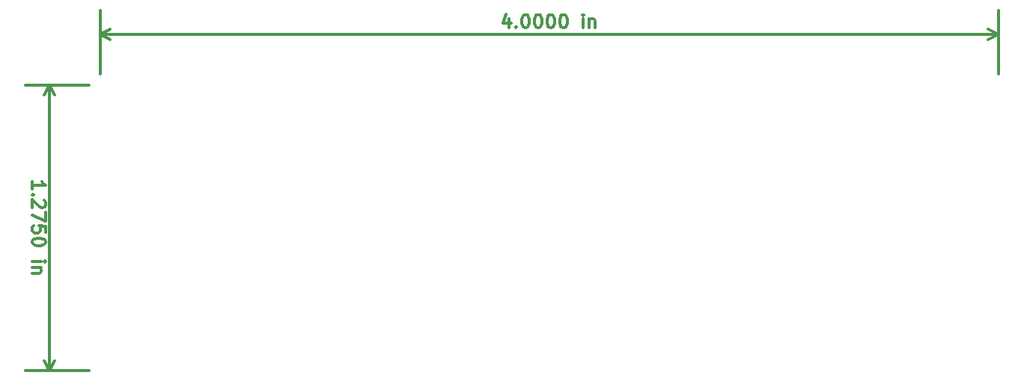
<source format=gbr>
G04 (created by PCBNEW (2013-07-07 BZR 4022)-stable) date 02/09/2014 18:49:16*
%MOIN*%
G04 Gerber Fmt 3.4, Leading zero omitted, Abs format*
%FSLAX34Y34*%
G01*
G70*
G90*
G04 APERTURE LIST*
%ADD10C,0.00393701*%
%ADD11C,0.011811*%
G04 APERTURE END LIST*
G54D10*
G54D11*
X36479Y-27395D02*
X36479Y-27058D01*
X36479Y-27226D02*
X37070Y-27226D01*
X36985Y-27170D01*
X36929Y-27114D01*
X36901Y-27058D01*
X36535Y-27648D02*
X36507Y-27676D01*
X36479Y-27648D01*
X36507Y-27620D01*
X36535Y-27648D01*
X36479Y-27648D01*
X37013Y-27901D02*
X37041Y-27929D01*
X37070Y-27986D01*
X37070Y-28126D01*
X37041Y-28182D01*
X37013Y-28211D01*
X36957Y-28239D01*
X36901Y-28239D01*
X36816Y-28211D01*
X36479Y-27873D01*
X36479Y-28239D01*
X37070Y-28436D02*
X37070Y-28829D01*
X36479Y-28576D01*
X37070Y-29335D02*
X37070Y-29054D01*
X36788Y-29026D01*
X36816Y-29054D01*
X36845Y-29110D01*
X36845Y-29251D01*
X36816Y-29307D01*
X36788Y-29335D01*
X36732Y-29364D01*
X36591Y-29364D01*
X36535Y-29335D01*
X36507Y-29307D01*
X36479Y-29251D01*
X36479Y-29110D01*
X36507Y-29054D01*
X36535Y-29026D01*
X37070Y-29729D02*
X37070Y-29785D01*
X37041Y-29842D01*
X37013Y-29870D01*
X36957Y-29898D01*
X36845Y-29926D01*
X36704Y-29926D01*
X36591Y-29898D01*
X36535Y-29870D01*
X36507Y-29842D01*
X36479Y-29785D01*
X36479Y-29729D01*
X36507Y-29673D01*
X36535Y-29645D01*
X36591Y-29617D01*
X36704Y-29589D01*
X36845Y-29589D01*
X36957Y-29617D01*
X37013Y-29645D01*
X37041Y-29673D01*
X37070Y-29729D01*
X36479Y-30629D02*
X36873Y-30629D01*
X37070Y-30629D02*
X37041Y-30601D01*
X37013Y-30629D01*
X37041Y-30657D01*
X37070Y-30629D01*
X37013Y-30629D01*
X36873Y-30910D02*
X36479Y-30910D01*
X36816Y-30910D02*
X36845Y-30938D01*
X36873Y-30995D01*
X36873Y-31079D01*
X36845Y-31135D01*
X36788Y-31163D01*
X36479Y-31163D01*
X37250Y-22750D02*
X37250Y-35500D01*
X39000Y-22750D02*
X36187Y-22750D01*
X39000Y-35500D02*
X36187Y-35500D01*
X37250Y-35500D02*
X37019Y-35056D01*
X37250Y-35500D02*
X37480Y-35056D01*
X37250Y-22750D02*
X37019Y-23193D01*
X37250Y-22750D02*
X37480Y-23193D01*
X57714Y-19813D02*
X57714Y-20207D01*
X57573Y-19588D02*
X57433Y-20010D01*
X57798Y-20010D01*
X58023Y-20151D02*
X58051Y-20179D01*
X58023Y-20207D01*
X57995Y-20179D01*
X58023Y-20151D01*
X58023Y-20207D01*
X58417Y-19616D02*
X58473Y-19616D01*
X58529Y-19645D01*
X58557Y-19673D01*
X58586Y-19729D01*
X58614Y-19841D01*
X58614Y-19982D01*
X58586Y-20095D01*
X58557Y-20151D01*
X58529Y-20179D01*
X58473Y-20207D01*
X58417Y-20207D01*
X58361Y-20179D01*
X58332Y-20151D01*
X58304Y-20095D01*
X58276Y-19982D01*
X58276Y-19841D01*
X58304Y-19729D01*
X58332Y-19673D01*
X58361Y-19645D01*
X58417Y-19616D01*
X58979Y-19616D02*
X59035Y-19616D01*
X59092Y-19645D01*
X59120Y-19673D01*
X59148Y-19729D01*
X59176Y-19841D01*
X59176Y-19982D01*
X59148Y-20095D01*
X59120Y-20151D01*
X59092Y-20179D01*
X59035Y-20207D01*
X58979Y-20207D01*
X58923Y-20179D01*
X58895Y-20151D01*
X58867Y-20095D01*
X58839Y-19982D01*
X58839Y-19841D01*
X58867Y-19729D01*
X58895Y-19673D01*
X58923Y-19645D01*
X58979Y-19616D01*
X59542Y-19616D02*
X59598Y-19616D01*
X59654Y-19645D01*
X59682Y-19673D01*
X59710Y-19729D01*
X59739Y-19841D01*
X59739Y-19982D01*
X59710Y-20095D01*
X59682Y-20151D01*
X59654Y-20179D01*
X59598Y-20207D01*
X59542Y-20207D01*
X59485Y-20179D01*
X59457Y-20151D01*
X59429Y-20095D01*
X59401Y-19982D01*
X59401Y-19841D01*
X59429Y-19729D01*
X59457Y-19673D01*
X59485Y-19645D01*
X59542Y-19616D01*
X60104Y-19616D02*
X60160Y-19616D01*
X60217Y-19645D01*
X60245Y-19673D01*
X60273Y-19729D01*
X60301Y-19841D01*
X60301Y-19982D01*
X60273Y-20095D01*
X60245Y-20151D01*
X60217Y-20179D01*
X60160Y-20207D01*
X60104Y-20207D01*
X60048Y-20179D01*
X60020Y-20151D01*
X59992Y-20095D01*
X59964Y-19982D01*
X59964Y-19841D01*
X59992Y-19729D01*
X60020Y-19673D01*
X60048Y-19645D01*
X60104Y-19616D01*
X61004Y-20207D02*
X61004Y-19813D01*
X61004Y-19616D02*
X60976Y-19645D01*
X61004Y-19673D01*
X61032Y-19645D01*
X61004Y-19616D01*
X61004Y-19673D01*
X61285Y-19813D02*
X61285Y-20207D01*
X61285Y-19870D02*
X61313Y-19841D01*
X61370Y-19813D01*
X61454Y-19813D01*
X61510Y-19841D01*
X61538Y-19898D01*
X61538Y-20207D01*
X39500Y-20500D02*
X79500Y-20500D01*
X39500Y-22250D02*
X39500Y-19437D01*
X79500Y-22250D02*
X79500Y-19437D01*
X79500Y-20500D02*
X79056Y-20730D01*
X79500Y-20500D02*
X79056Y-20269D01*
X39500Y-20500D02*
X39943Y-20730D01*
X39500Y-20500D02*
X39943Y-20269D01*
M02*

</source>
